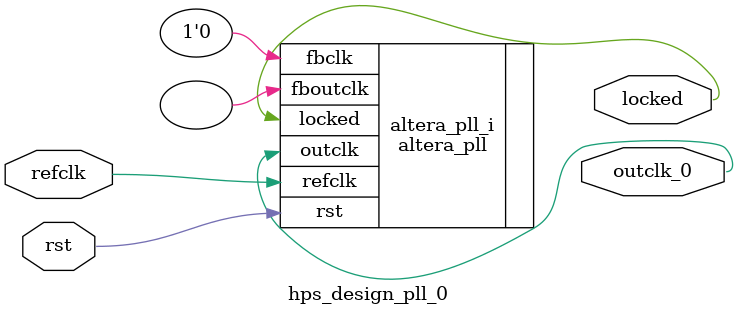
<source format=v>
`timescale 1ns/10ps
module  hps_design_pll_0(

	// interface 'refclk'
	input wire refclk,

	// interface 'reset'
	input wire rst,

	// interface 'outclk0'
	output wire outclk_0,

	// interface 'locked'
	output wire locked
);

	altera_pll #(
		.fractional_vco_multiplier("false"),
		.reference_clock_frequency("50.0 MHz"),
		.operation_mode("normal"),
		.number_of_clocks(1),
		.output_clock_frequency0("100.000000 MHz"),
		.phase_shift0("0 ps"),
		.duty_cycle0(50),
		.output_clock_frequency1("0 MHz"),
		.phase_shift1("0 ps"),
		.duty_cycle1(50),
		.output_clock_frequency2("0 MHz"),
		.phase_shift2("0 ps"),
		.duty_cycle2(50),
		.output_clock_frequency3("0 MHz"),
		.phase_shift3("0 ps"),
		.duty_cycle3(50),
		.output_clock_frequency4("0 MHz"),
		.phase_shift4("0 ps"),
		.duty_cycle4(50),
		.output_clock_frequency5("0 MHz"),
		.phase_shift5("0 ps"),
		.duty_cycle5(50),
		.output_clock_frequency6("0 MHz"),
		.phase_shift6("0 ps"),
		.duty_cycle6(50),
		.output_clock_frequency7("0 MHz"),
		.phase_shift7("0 ps"),
		.duty_cycle7(50),
		.output_clock_frequency8("0 MHz"),
		.phase_shift8("0 ps"),
		.duty_cycle8(50),
		.output_clock_frequency9("0 MHz"),
		.phase_shift9("0 ps"),
		.duty_cycle9(50),
		.output_clock_frequency10("0 MHz"),
		.phase_shift10("0 ps"),
		.duty_cycle10(50),
		.output_clock_frequency11("0 MHz"),
		.phase_shift11("0 ps"),
		.duty_cycle11(50),
		.output_clock_frequency12("0 MHz"),
		.phase_shift12("0 ps"),
		.duty_cycle12(50),
		.output_clock_frequency13("0 MHz"),
		.phase_shift13("0 ps"),
		.duty_cycle13(50),
		.output_clock_frequency14("0 MHz"),
		.phase_shift14("0 ps"),
		.duty_cycle14(50),
		.output_clock_frequency15("0 MHz"),
		.phase_shift15("0 ps"),
		.duty_cycle15(50),
		.output_clock_frequency16("0 MHz"),
		.phase_shift16("0 ps"),
		.duty_cycle16(50),
		.output_clock_frequency17("0 MHz"),
		.phase_shift17("0 ps"),
		.duty_cycle17(50),
		.pll_type("General"),
		.pll_subtype("General")
	) altera_pll_i (
		.rst	(rst),
		.outclk	({outclk_0}),
		.locked	(locked),
		.fboutclk	( ),
		.fbclk	(1'b0),
		.refclk	(refclk)
	);
endmodule


</source>
